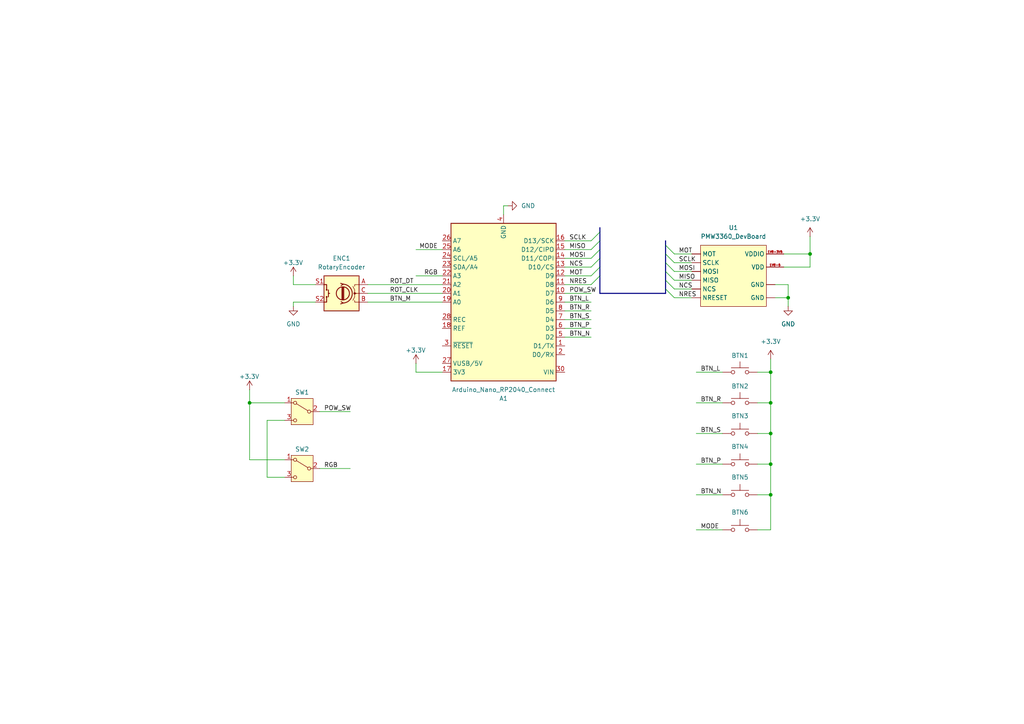
<source format=kicad_sch>
(kicad_sch
	(version 20250114)
	(generator "eeschema")
	(generator_version "9.0")
	(uuid "5ce1bdf2-4d4b-4662-a6b0-83bb04427292")
	(paper "A4")
	(title_block
		(title "Computer Mouse Schematic")
		(date "2025-03-26")
		(rev "0.01")
		(company "Dylan Li")
	)
	(lib_symbols
		(symbol "Device:RotaryEncoder_Switch"
			(pin_names
				(offset 0.254)
				(hide yes)
			)
			(exclude_from_sim no)
			(in_bom yes)
			(on_board yes)
			(property "Reference" "SW"
				(at 0 6.604 0)
				(effects
					(font
						(size 1.27 1.27)
					)
				)
			)
			(property "Value" "RotaryEncoder_Switch"
				(at 0 -6.604 0)
				(effects
					(font
						(size 1.27 1.27)
					)
				)
			)
			(property "Footprint" ""
				(at -3.81 4.064 0)
				(effects
					(font
						(size 1.27 1.27)
					)
					(hide yes)
				)
			)
			(property "Datasheet" "~"
				(at 0 6.604 0)
				(effects
					(font
						(size 1.27 1.27)
					)
					(hide yes)
				)
			)
			(property "Description" "Rotary encoder, dual channel, incremental quadrate outputs, with switch"
				(at 0 0 0)
				(effects
					(font
						(size 1.27 1.27)
					)
					(hide yes)
				)
			)
			(property "ki_keywords" "rotary switch encoder switch push button"
				(at 0 0 0)
				(effects
					(font
						(size 1.27 1.27)
					)
					(hide yes)
				)
			)
			(property "ki_fp_filters" "RotaryEncoder*Switch*"
				(at 0 0 0)
				(effects
					(font
						(size 1.27 1.27)
					)
					(hide yes)
				)
			)
			(symbol "RotaryEncoder_Switch_0_1"
				(rectangle
					(start -5.08 5.08)
					(end 5.08 -5.08)
					(stroke
						(width 0.254)
						(type default)
					)
					(fill
						(type background)
					)
				)
				(polyline
					(pts
						(xy -5.08 2.54) (xy -3.81 2.54) (xy -3.81 2.032)
					)
					(stroke
						(width 0)
						(type default)
					)
					(fill
						(type none)
					)
				)
				(polyline
					(pts
						(xy -5.08 0) (xy -3.81 0) (xy -3.81 -1.016) (xy -3.302 -2.032)
					)
					(stroke
						(width 0)
						(type default)
					)
					(fill
						(type none)
					)
				)
				(polyline
					(pts
						(xy -5.08 -2.54) (xy -3.81 -2.54) (xy -3.81 -2.032)
					)
					(stroke
						(width 0)
						(type default)
					)
					(fill
						(type none)
					)
				)
				(polyline
					(pts
						(xy -4.318 0) (xy -3.81 0) (xy -3.81 1.016) (xy -3.302 2.032)
					)
					(stroke
						(width 0)
						(type default)
					)
					(fill
						(type none)
					)
				)
				(circle
					(center -3.81 0)
					(radius 0.254)
					(stroke
						(width 0)
						(type default)
					)
					(fill
						(type outline)
					)
				)
				(polyline
					(pts
						(xy -0.635 -1.778) (xy -0.635 1.778)
					)
					(stroke
						(width 0.254)
						(type default)
					)
					(fill
						(type none)
					)
				)
				(circle
					(center -0.381 0)
					(radius 1.905)
					(stroke
						(width 0.254)
						(type default)
					)
					(fill
						(type none)
					)
				)
				(polyline
					(pts
						(xy -0.381 -1.778) (xy -0.381 1.778)
					)
					(stroke
						(width 0.254)
						(type default)
					)
					(fill
						(type none)
					)
				)
				(arc
					(start -0.381 -2.794)
					(mid -3.0988 -0.0635)
					(end -0.381 2.667)
					(stroke
						(width 0.254)
						(type default)
					)
					(fill
						(type none)
					)
				)
				(polyline
					(pts
						(xy -0.127 1.778) (xy -0.127 -1.778)
					)
					(stroke
						(width 0.254)
						(type default)
					)
					(fill
						(type none)
					)
				)
				(polyline
					(pts
						(xy 0.254 2.921) (xy -0.508 2.667) (xy 0.127 2.286)
					)
					(stroke
						(width 0.254)
						(type default)
					)
					(fill
						(type none)
					)
				)
				(polyline
					(pts
						(xy 0.254 -3.048) (xy -0.508 -2.794) (xy 0.127 -2.413)
					)
					(stroke
						(width 0.254)
						(type default)
					)
					(fill
						(type none)
					)
				)
				(polyline
					(pts
						(xy 3.81 1.016) (xy 3.81 -1.016)
					)
					(stroke
						(width 0.254)
						(type default)
					)
					(fill
						(type none)
					)
				)
				(polyline
					(pts
						(xy 3.81 0) (xy 3.429 0)
					)
					(stroke
						(width 0.254)
						(type default)
					)
					(fill
						(type none)
					)
				)
				(circle
					(center 4.318 1.016)
					(radius 0.127)
					(stroke
						(width 0.254)
						(type default)
					)
					(fill
						(type none)
					)
				)
				(circle
					(center 4.318 -1.016)
					(radius 0.127)
					(stroke
						(width 0.254)
						(type default)
					)
					(fill
						(type none)
					)
				)
				(polyline
					(pts
						(xy 5.08 2.54) (xy 4.318 2.54) (xy 4.318 1.016)
					)
					(stroke
						(width 0.254)
						(type default)
					)
					(fill
						(type none)
					)
				)
				(polyline
					(pts
						(xy 5.08 -2.54) (xy 4.318 -2.54) (xy 4.318 -1.016)
					)
					(stroke
						(width 0.254)
						(type default)
					)
					(fill
						(type none)
					)
				)
			)
			(symbol "RotaryEncoder_Switch_1_1"
				(pin passive line
					(at -7.62 2.54 0)
					(length 2.54)
					(name "A"
						(effects
							(font
								(size 1.27 1.27)
							)
						)
					)
					(number "A"
						(effects
							(font
								(size 1.27 1.27)
							)
						)
					)
				)
				(pin passive line
					(at -7.62 0 0)
					(length 2.54)
					(name "C"
						(effects
							(font
								(size 1.27 1.27)
							)
						)
					)
					(number "C"
						(effects
							(font
								(size 1.27 1.27)
							)
						)
					)
				)
				(pin passive line
					(at -7.62 -2.54 0)
					(length 2.54)
					(name "B"
						(effects
							(font
								(size 1.27 1.27)
							)
						)
					)
					(number "B"
						(effects
							(font
								(size 1.27 1.27)
							)
						)
					)
				)
				(pin passive line
					(at 7.62 2.54 180)
					(length 2.54)
					(name "S1"
						(effects
							(font
								(size 1.27 1.27)
							)
						)
					)
					(number "S1"
						(effects
							(font
								(size 1.27 1.27)
							)
						)
					)
				)
				(pin passive line
					(at 7.62 -2.54 180)
					(length 2.54)
					(name "S2"
						(effects
							(font
								(size 1.27 1.27)
							)
						)
					)
					(number "S2"
						(effects
							(font
								(size 1.27 1.27)
							)
						)
					)
				)
			)
			(embedded_fonts no)
		)
		(symbol "MCU_Module:Arduino_Nano_RP2040_Connect"
			(exclude_from_sim no)
			(in_bom yes)
			(on_board yes)
			(property "Reference" "A"
				(at -14.986 23.622 0)
				(effects
					(font
						(size 1.27 1.27)
					)
					(justify left bottom)
				)
			)
			(property "Value" "Arduino_Nano_RP2040_Connect"
				(at 3.81 -25.654 0)
				(effects
					(font
						(size 1.27 1.27)
					)
					(justify left top)
				)
			)
			(property "Footprint" "Module:Arduino_Nano"
				(at 13.716 -34.036 0)
				(effects
					(font
						(size 1.27 1.27)
						(italic yes)
					)
					(hide yes)
				)
			)
			(property "Datasheet" "https://docs.arduino.cc/resources/datasheets/ABX00053-datasheet.pdf"
				(at 39.116 -31.496 0)
				(effects
					(font
						(size 1.27 1.27)
					)
					(hide yes)
				)
			)
			(property "Description" "Arduino Nano board based on the RP2040 microcontroller with a dual-core 133 MHz ARM Cortex-M0+ processor, 264 kB SRAM, and up to 16 MB flash memory. Operates at 3.3V, with 5V Micro USB input and 4-20V VIN. Features Wi-Fi®, Bluetooth® LE, digital and analog pins, and supports SPI, I2C, UART, and PIO. Includes a 6-axis IMU, RGB LED, microphone, and cryptographic chip for secure communication."
				(at 209.042 -28.956 0)
				(effects
					(font
						(size 1.27 1.27)
					)
					(hide yes)
				)
			)
			(property "ki_keywords" "Raspberry Pi MCU"
				(at 0 0 0)
				(effects
					(font
						(size 1.27 1.27)
					)
					(hide yes)
				)
			)
			(property "ki_fp_filters" "Arduino*Nano*"
				(at 0 0 0)
				(effects
					(font
						(size 1.27 1.27)
					)
					(hide yes)
				)
			)
			(symbol "Arduino_Nano_RP2040_Connect_0_1"
				(rectangle
					(start -15.24 22.86)
					(end 15.24 -22.86)
					(stroke
						(width 0.254)
						(type default)
					)
					(fill
						(type background)
					)
				)
			)
			(symbol "Arduino_Nano_RP2040_Connect_1_1"
				(pin power_in line
					(at -17.78 20.32 0)
					(length 2.54)
					(name "VIN"
						(effects
							(font
								(size 1.27 1.27)
							)
						)
					)
					(number "30"
						(effects
							(font
								(size 1.27 1.27)
							)
						)
					)
				)
				(pin bidirectional line
					(at -17.78 15.24 0)
					(length 2.54)
					(name "D0/RX"
						(effects
							(font
								(size 1.27 1.27)
							)
						)
					)
					(number "2"
						(effects
							(font
								(size 1.27 1.27)
							)
						)
					)
				)
				(pin bidirectional line
					(at -17.78 12.7 0)
					(length 2.54)
					(name "D1/TX"
						(effects
							(font
								(size 1.27 1.27)
							)
						)
					)
					(number "1"
						(effects
							(font
								(size 1.27 1.27)
							)
						)
					)
				)
				(pin bidirectional line
					(at -17.78 10.16 0)
					(length 2.54)
					(name "D2"
						(effects
							(font
								(size 1.27 1.27)
							)
						)
					)
					(number "5"
						(effects
							(font
								(size 1.27 1.27)
							)
						)
					)
				)
				(pin bidirectional line
					(at -17.78 7.62 0)
					(length 2.54)
					(name "D3"
						(effects
							(font
								(size 1.27 1.27)
							)
						)
					)
					(number "6"
						(effects
							(font
								(size 1.27 1.27)
							)
						)
					)
				)
				(pin bidirectional line
					(at -17.78 5.08 0)
					(length 2.54)
					(name "D4"
						(effects
							(font
								(size 1.27 1.27)
							)
						)
					)
					(number "7"
						(effects
							(font
								(size 1.27 1.27)
							)
						)
					)
				)
				(pin bidirectional line
					(at -17.78 2.54 0)
					(length 2.54)
					(name "D5"
						(effects
							(font
								(size 1.27 1.27)
							)
						)
					)
					(number "8"
						(effects
							(font
								(size 1.27 1.27)
							)
						)
					)
				)
				(pin bidirectional line
					(at -17.78 0 0)
					(length 2.54)
					(name "D6"
						(effects
							(font
								(size 1.27 1.27)
							)
						)
					)
					(number "9"
						(effects
							(font
								(size 1.27 1.27)
							)
						)
					)
				)
				(pin bidirectional line
					(at -17.78 -2.54 0)
					(length 2.54)
					(name "D7"
						(effects
							(font
								(size 1.27 1.27)
							)
						)
					)
					(number "10"
						(effects
							(font
								(size 1.27 1.27)
							)
						)
					)
				)
				(pin bidirectional line
					(at -17.78 -5.08 0)
					(length 2.54)
					(name "D8"
						(effects
							(font
								(size 1.27 1.27)
							)
						)
					)
					(number "11"
						(effects
							(font
								(size 1.27 1.27)
							)
						)
					)
				)
				(pin bidirectional line
					(at -17.78 -7.62 0)
					(length 2.54)
					(name "D9"
						(effects
							(font
								(size 1.27 1.27)
							)
						)
					)
					(number "12"
						(effects
							(font
								(size 1.27 1.27)
							)
						)
					)
				)
				(pin bidirectional line
					(at -17.78 -10.16 0)
					(length 2.54)
					(name "D10/CS"
						(effects
							(font
								(size 1.27 1.27)
							)
						)
					)
					(number "13"
						(effects
							(font
								(size 1.27 1.27)
							)
						)
					)
				)
				(pin bidirectional line
					(at -17.78 -12.7 0)
					(length 2.54)
					(name "D11/COPI"
						(effects
							(font
								(size 1.27 1.27)
							)
						)
					)
					(number "14"
						(effects
							(font
								(size 1.27 1.27)
							)
						)
					)
				)
				(pin bidirectional line
					(at -17.78 -15.24 0)
					(length 2.54)
					(name "D12/CIPO"
						(effects
							(font
								(size 1.27 1.27)
							)
						)
					)
					(number "15"
						(effects
							(font
								(size 1.27 1.27)
							)
						)
					)
				)
				(pin bidirectional line
					(at -17.78 -17.78 0)
					(length 2.54)
					(name "D13/SCK"
						(effects
							(font
								(size 1.27 1.27)
							)
						)
					)
					(number "16"
						(effects
							(font
								(size 1.27 1.27)
							)
						)
					)
				)
				(pin passive line
					(at 0 -25.4 90)
					(length 2.54)
					(hide yes)
					(name "GND"
						(effects
							(font
								(size 1.27 1.27)
							)
						)
					)
					(number "29"
						(effects
							(font
								(size 1.27 1.27)
							)
						)
					)
				)
				(pin power_in line
					(at 0 -25.4 90)
					(length 2.54)
					(name "GND"
						(effects
							(font
								(size 1.27 1.27)
							)
						)
					)
					(number "4"
						(effects
							(font
								(size 1.27 1.27)
							)
						)
					)
				)
				(pin power_out line
					(at 17.78 20.32 180)
					(length 2.54)
					(name "3V3"
						(effects
							(font
								(size 1.27 1.27)
							)
						)
					)
					(number "17"
						(effects
							(font
								(size 1.27 1.27)
							)
						)
					)
				)
				(pin power_out line
					(at 17.78 17.78 180)
					(length 2.54)
					(name "VUSB/5V"
						(effects
							(font
								(size 1.27 1.27)
							)
						)
					)
					(number "27"
						(effects
							(font
								(size 1.27 1.27)
							)
						)
					)
				)
				(pin input line
					(at 17.78 12.7 180)
					(length 2.54)
					(name "~{RESET}"
						(effects
							(font
								(size 1.27 1.27)
							)
						)
					)
					(number "3"
						(effects
							(font
								(size 1.27 1.27)
							)
						)
					)
				)
				(pin passive line
					(at 17.78 7.62 180)
					(length 2.54)
					(name "REF"
						(effects
							(font
								(size 1.27 1.27)
							)
						)
					)
					(number "18"
						(effects
							(font
								(size 1.27 1.27)
							)
						)
					)
				)
				(pin input line
					(at 17.78 5.08 180)
					(length 2.54)
					(name "REC"
						(effects
							(font
								(size 1.27 1.27)
							)
						)
					)
					(number "28"
						(effects
							(font
								(size 1.27 1.27)
							)
						)
					)
				)
				(pin bidirectional line
					(at 17.78 0 180)
					(length 2.54)
					(name "A0"
						(effects
							(font
								(size 1.27 1.27)
							)
						)
					)
					(number "19"
						(effects
							(font
								(size 1.27 1.27)
							)
						)
					)
				)
				(pin bidirectional line
					(at 17.78 -2.54 180)
					(length 2.54)
					(name "A1"
						(effects
							(font
								(size 1.27 1.27)
							)
						)
					)
					(number "20"
						(effects
							(font
								(size 1.27 1.27)
							)
						)
					)
				)
				(pin bidirectional line
					(at 17.78 -5.08 180)
					(length 2.54)
					(name "A2"
						(effects
							(font
								(size 1.27 1.27)
							)
						)
					)
					(number "21"
						(effects
							(font
								(size 1.27 1.27)
							)
						)
					)
				)
				(pin bidirectional line
					(at 17.78 -7.62 180)
					(length 2.54)
					(name "A3"
						(effects
							(font
								(size 1.27 1.27)
							)
						)
					)
					(number "22"
						(effects
							(font
								(size 1.27 1.27)
							)
						)
					)
				)
				(pin bidirectional line
					(at 17.78 -10.16 180)
					(length 2.54)
					(name "SDA/A4"
						(effects
							(font
								(size 1.27 1.27)
							)
						)
					)
					(number "23"
						(effects
							(font
								(size 1.27 1.27)
							)
						)
					)
				)
				(pin bidirectional line
					(at 17.78 -12.7 180)
					(length 2.54)
					(name "SCL/A5"
						(effects
							(font
								(size 1.27 1.27)
							)
						)
					)
					(number "24"
						(effects
							(font
								(size 1.27 1.27)
							)
						)
					)
				)
				(pin bidirectional line
					(at 17.78 -15.24 180)
					(length 2.54)
					(name "A6"
						(effects
							(font
								(size 1.27 1.27)
							)
						)
					)
					(number "25"
						(effects
							(font
								(size 1.27 1.27)
							)
						)
					)
				)
				(pin bidirectional line
					(at 17.78 -17.78 180)
					(length 2.54)
					(name "A7"
						(effects
							(font
								(size 1.27 1.27)
							)
						)
					)
					(number "26"
						(effects
							(font
								(size 1.27 1.27)
							)
						)
					)
				)
			)
			(embedded_fonts no)
		)
		(symbol "PixArt:PMW3360_DevBoard"
			(exclude_from_sim no)
			(in_bom yes)
			(on_board yes)
			(property "Reference" "U"
				(at 0 22.352 0)
				(effects
					(font
						(size 1.27 1.27)
					)
					(justify left)
				)
			)
			(property "Value" "PMW3360_DevBoard"
				(at 0 20.32 0)
				(effects
					(font
						(size 1.27 1.27)
					)
					(justify left)
				)
			)
			(property "Footprint" ""
				(at 0 0 0)
				(effects
					(font
						(size 1.27 1.27)
					)
					(hide yes)
				)
			)
			(property "Datasheet" ""
				(at 0 0 0)
				(effects
					(font
						(size 1.27 1.27)
					)
					(hide yes)
				)
			)
			(property "Description" "The PMW3360 from PixArt fitted onto a custom DevBoard."
				(at 9.398 33.274 0)
				(effects
					(font
						(size 1.27 1.27)
					)
					(hide yes)
				)
			)
			(property "ki_keywords" "Optical Mouse Sensor DevBoard"
				(at 0 0 0)
				(effects
					(font
						(size 1.27 1.27)
					)
					(hide yes)
				)
			)
			(symbol "PMW3360_DevBoard_1_1"
				(rectangle
					(start 0 19.05)
					(end 19.05 1.27)
					(stroke
						(width 0)
						(type solid)
					)
					(fill
						(type background)
					)
				)
				(pin output line
					(at -2.54 16.51 0)
					(length 2.54)
					(name "MOT"
						(effects
							(font
								(size 1.27 1.27)
							)
						)
					)
					(number ""
						(effects
							(font
								(size 1.27 1.27)
							)
						)
					)
				)
				(pin input line
					(at -2.54 13.97 0)
					(length 2.54)
					(name "SCLK"
						(effects
							(font
								(size 1.27 1.27)
							)
						)
					)
					(number ""
						(effects
							(font
								(size 1.27 1.27)
							)
						)
					)
				)
				(pin input line
					(at -2.54 11.43 0)
					(length 2.54)
					(name "MOSI"
						(effects
							(font
								(size 1.27 1.27)
							)
						)
					)
					(number ""
						(effects
							(font
								(size 1.27 1.27)
							)
						)
					)
				)
				(pin output line
					(at -2.54 8.89 0)
					(length 2.54)
					(name "MISO"
						(effects
							(font
								(size 1.27 1.27)
							)
						)
					)
					(number ""
						(effects
							(font
								(size 1.27 1.27)
							)
						)
					)
				)
				(pin input line
					(at -2.54 6.35 0)
					(length 2.54)
					(name "NCS"
						(effects
							(font
								(size 1.27 1.27)
							)
						)
					)
					(number ""
						(effects
							(font
								(size 1.27 1.27)
							)
						)
					)
				)
				(pin input line
					(at -2.54 3.81 0)
					(length 2.54)
					(name "NRESET"
						(effects
							(font
								(size 1.27 1.27)
							)
						)
					)
					(number ""
						(effects
							(font
								(size 1.27 1.27)
							)
						)
					)
				)
				(pin power_in line
					(at 21.59 7.62 180)
					(length 2.54)
					(name "GND"
						(effects
							(font
								(size 1.27 1.27)
							)
						)
					)
					(number ""
						(effects
							(font
								(size 1.27 1.27)
							)
						)
					)
				)
				(pin power_in line
					(at 21.59 3.81 180)
					(length 2.54)
					(name "GND"
						(effects
							(font
								(size 1.27 1.27)
							)
						)
					)
					(number ""
						(effects
							(font
								(size 1.27 1.27)
							)
						)
					)
				)
				(pin power_in line
					(at 24.13 16.51 180)
					(length 5.08)
					(name "VDDIO"
						(effects
							(font
								(size 1.27 1.27)
							)
						)
					)
					(number "1V8-3V6"
						(effects
							(font
								(size 0.635 0.635)
							)
						)
					)
				)
				(pin power_in line
					(at 24.13 12.7 180)
					(length 5.08)
					(name "VDD"
						(effects
							(font
								(size 1.27 1.27)
							)
						)
					)
					(number "1V8-6"
						(effects
							(font
								(size 0.635 0.635)
							)
						)
					)
				)
			)
			(embedded_fonts no)
		)
		(symbol "Switch:SW_Push"
			(pin_numbers
				(hide yes)
			)
			(pin_names
				(offset 1.016)
				(hide yes)
			)
			(exclude_from_sim no)
			(in_bom yes)
			(on_board yes)
			(property "Reference" "SW"
				(at 1.27 2.54 0)
				(effects
					(font
						(size 1.27 1.27)
					)
					(justify left)
				)
			)
			(property "Value" "SW_Push"
				(at 0 -1.524 0)
				(effects
					(font
						(size 1.27 1.27)
					)
				)
			)
			(property "Footprint" ""
				(at 0 5.08 0)
				(effects
					(font
						(size 1.27 1.27)
					)
					(hide yes)
				)
			)
			(property "Datasheet" "~"
				(at 0 5.08 0)
				(effects
					(font
						(size 1.27 1.27)
					)
					(hide yes)
				)
			)
			(property "Description" "Push button switch, generic, two pins"
				(at 0 0 0)
				(effects
					(font
						(size 1.27 1.27)
					)
					(hide yes)
				)
			)
			(property "ki_keywords" "switch normally-open pushbutton push-button"
				(at 0 0 0)
				(effects
					(font
						(size 1.27 1.27)
					)
					(hide yes)
				)
			)
			(symbol "SW_Push_0_1"
				(circle
					(center -2.032 0)
					(radius 0.508)
					(stroke
						(width 0)
						(type default)
					)
					(fill
						(type none)
					)
				)
				(polyline
					(pts
						(xy 0 1.27) (xy 0 3.048)
					)
					(stroke
						(width 0)
						(type default)
					)
					(fill
						(type none)
					)
				)
				(circle
					(center 2.032 0)
					(radius 0.508)
					(stroke
						(width 0)
						(type default)
					)
					(fill
						(type none)
					)
				)
				(polyline
					(pts
						(xy 2.54 1.27) (xy -2.54 1.27)
					)
					(stroke
						(width 0)
						(type default)
					)
					(fill
						(type none)
					)
				)
				(pin passive line
					(at -5.08 0 0)
					(length 2.54)
					(name "1"
						(effects
							(font
								(size 1.27 1.27)
							)
						)
					)
					(number "1"
						(effects
							(font
								(size 1.27 1.27)
							)
						)
					)
				)
				(pin passive line
					(at 5.08 0 180)
					(length 2.54)
					(name "2"
						(effects
							(font
								(size 1.27 1.27)
							)
						)
					)
					(number "2"
						(effects
							(font
								(size 1.27 1.27)
							)
						)
					)
				)
			)
			(embedded_fonts no)
		)
		(symbol "Switch:SW_SPDT"
			(pin_names
				(offset 0)
				(hide yes)
			)
			(exclude_from_sim no)
			(in_bom yes)
			(on_board yes)
			(property "Reference" "SW"
				(at 0 5.08 0)
				(effects
					(font
						(size 1.27 1.27)
					)
				)
			)
			(property "Value" "SW_SPDT"
				(at 0 -5.08 0)
				(effects
					(font
						(size 1.27 1.27)
					)
				)
			)
			(property "Footprint" ""
				(at 0 0 0)
				(effects
					(font
						(size 1.27 1.27)
					)
					(hide yes)
				)
			)
			(property "Datasheet" "~"
				(at 0 -7.62 0)
				(effects
					(font
						(size 1.27 1.27)
					)
					(hide yes)
				)
			)
			(property "Description" "Switch, single pole double throw"
				(at 0 0 0)
				(effects
					(font
						(size 1.27 1.27)
					)
					(hide yes)
				)
			)
			(property "ki_keywords" "switch single-pole double-throw spdt ON-ON"
				(at 0 0 0)
				(effects
					(font
						(size 1.27 1.27)
					)
					(hide yes)
				)
			)
			(symbol "SW_SPDT_0_1"
				(circle
					(center -2.032 0)
					(radius 0.4572)
					(stroke
						(width 0)
						(type default)
					)
					(fill
						(type none)
					)
				)
				(polyline
					(pts
						(xy -1.651 0.254) (xy 1.651 2.286)
					)
					(stroke
						(width 0)
						(type default)
					)
					(fill
						(type none)
					)
				)
				(circle
					(center 2.032 2.54)
					(radius 0.4572)
					(stroke
						(width 0)
						(type default)
					)
					(fill
						(type none)
					)
				)
				(circle
					(center 2.032 -2.54)
					(radius 0.4572)
					(stroke
						(width 0)
						(type default)
					)
					(fill
						(type none)
					)
				)
			)
			(symbol "SW_SPDT_1_1"
				(rectangle
					(start -3.175 3.81)
					(end 3.175 -3.81)
					(stroke
						(width 0)
						(type default)
					)
					(fill
						(type background)
					)
				)
				(pin passive line
					(at -5.08 0 0)
					(length 2.54)
					(name "B"
						(effects
							(font
								(size 1.27 1.27)
							)
						)
					)
					(number "2"
						(effects
							(font
								(size 1.27 1.27)
							)
						)
					)
				)
				(pin passive line
					(at 5.08 2.54 180)
					(length 2.54)
					(name "A"
						(effects
							(font
								(size 1.27 1.27)
							)
						)
					)
					(number "1"
						(effects
							(font
								(size 1.27 1.27)
							)
						)
					)
				)
				(pin passive line
					(at 5.08 -2.54 180)
					(length 2.54)
					(name "C"
						(effects
							(font
								(size 1.27 1.27)
							)
						)
					)
					(number "3"
						(effects
							(font
								(size 1.27 1.27)
							)
						)
					)
				)
			)
			(embedded_fonts no)
		)
		(symbol "power:+3.3V"
			(power)
			(pin_numbers
				(hide yes)
			)
			(pin_names
				(offset 0)
				(hide yes)
			)
			(exclude_from_sim no)
			(in_bom yes)
			(on_board yes)
			(property "Reference" "#PWR"
				(at 0 -3.81 0)
				(effects
					(font
						(size 1.27 1.27)
					)
					(hide yes)
				)
			)
			(property "Value" "+3.3V"
				(at 0 3.556 0)
				(effects
					(font
						(size 1.27 1.27)
					)
				)
			)
			(property "Footprint" ""
				(at 0 0 0)
				(effects
					(font
						(size 1.27 1.27)
					)
					(hide yes)
				)
			)
			(property "Datasheet" ""
				(at 0 0 0)
				(effects
					(font
						(size 1.27 1.27)
					)
					(hide yes)
				)
			)
			(property "Description" "Power symbol creates a global label with name \"+3.3V\""
				(at 0 0 0)
				(effects
					(font
						(size 1.27 1.27)
					)
					(hide yes)
				)
			)
			(property "ki_keywords" "global power"
				(at 0 0 0)
				(effects
					(font
						(size 1.27 1.27)
					)
					(hide yes)
				)
			)
			(symbol "+3.3V_0_1"
				(polyline
					(pts
						(xy -0.762 1.27) (xy 0 2.54)
					)
					(stroke
						(width 0)
						(type default)
					)
					(fill
						(type none)
					)
				)
				(polyline
					(pts
						(xy 0 2.54) (xy 0.762 1.27)
					)
					(stroke
						(width 0)
						(type default)
					)
					(fill
						(type none)
					)
				)
				(polyline
					(pts
						(xy 0 0) (xy 0 2.54)
					)
					(stroke
						(width 0)
						(type default)
					)
					(fill
						(type none)
					)
				)
			)
			(symbol "+3.3V_1_1"
				(pin power_in line
					(at 0 0 90)
					(length 0)
					(name "~"
						(effects
							(font
								(size 1.27 1.27)
							)
						)
					)
					(number "1"
						(effects
							(font
								(size 1.27 1.27)
							)
						)
					)
				)
			)
			(embedded_fonts no)
		)
		(symbol "power:GND"
			(power)
			(pin_numbers
				(hide yes)
			)
			(pin_names
				(offset 0)
				(hide yes)
			)
			(exclude_from_sim no)
			(in_bom yes)
			(on_board yes)
			(property "Reference" "#PWR"
				(at 0 -6.35 0)
				(effects
					(font
						(size 1.27 1.27)
					)
					(hide yes)
				)
			)
			(property "Value" "GND"
				(at 0 -3.81 0)
				(effects
					(font
						(size 1.27 1.27)
					)
				)
			)
			(property "Footprint" ""
				(at 0 0 0)
				(effects
					(font
						(size 1.27 1.27)
					)
					(hide yes)
				)
			)
			(property "Datasheet" ""
				(at 0 0 0)
				(effects
					(font
						(size 1.27 1.27)
					)
					(hide yes)
				)
			)
			(property "Description" "Power symbol creates a global label with name \"GND\" , ground"
				(at 0 0 0)
				(effects
					(font
						(size 1.27 1.27)
					)
					(hide yes)
				)
			)
			(property "ki_keywords" "global power"
				(at 0 0 0)
				(effects
					(font
						(size 1.27 1.27)
					)
					(hide yes)
				)
			)
			(symbol "GND_0_1"
				(polyline
					(pts
						(xy 0 0) (xy 0 -1.27) (xy 1.27 -1.27) (xy 0 -2.54) (xy -1.27 -1.27) (xy 0 -1.27)
					)
					(stroke
						(width 0)
						(type default)
					)
					(fill
						(type none)
					)
				)
			)
			(symbol "GND_1_1"
				(pin power_in line
					(at 0 0 270)
					(length 0)
					(name "~"
						(effects
							(font
								(size 1.27 1.27)
							)
						)
					)
					(number "1"
						(effects
							(font
								(size 1.27 1.27)
							)
						)
					)
				)
			)
			(embedded_fonts no)
		)
	)
	(junction
		(at 223.52 143.51)
		(diameter 0)
		(color 0 0 0 0)
		(uuid "0c0299aa-3d32-402c-9cbc-3ea2971dc184")
	)
	(junction
		(at 223.52 125.73)
		(diameter 0)
		(color 0 0 0 0)
		(uuid "0f15bac2-5837-4f24-aaa4-6c58753fc8f1")
	)
	(junction
		(at 223.52 134.62)
		(diameter 0)
		(color 0 0 0 0)
		(uuid "14ba310d-b4a4-4b1e-ad23-f5e225dc120e")
	)
	(junction
		(at 228.6 86.36)
		(diameter 0)
		(color 0 0 0 0)
		(uuid "341949a9-f8d8-48af-b93b-fe1332102d3d")
	)
	(junction
		(at 234.95 73.66)
		(diameter 0)
		(color 0 0 0 0)
		(uuid "524fe42b-01ff-411c-9277-2df722cadbcb")
	)
	(junction
		(at 72.39 116.84)
		(diameter 0)
		(color 0 0 0 0)
		(uuid "ae424851-a917-460f-9b39-2fae6b7910bc")
	)
	(junction
		(at 223.52 116.84)
		(diameter 0)
		(color 0 0 0 0)
		(uuid "ba0d349a-f606-43c5-82a4-49c9dab8314b")
	)
	(junction
		(at 223.52 107.95)
		(diameter 0)
		(color 0 0 0 0)
		(uuid "bb0a2ff1-d441-4cba-9b4c-914cc33cd5d2")
	)
	(bus_entry
		(at 171.45 74.93)
		(size 2.54 -2.54)
		(stroke
			(width 0)
			(type default)
		)
		(uuid "077eb72c-c17b-411e-b19b-8449e6955653")
	)
	(bus_entry
		(at 171.45 77.47)
		(size 2.54 -2.54)
		(stroke
			(width 0)
			(type default)
		)
		(uuid "16457aca-c205-4599-b8f3-1212a87ed971")
	)
	(bus_entry
		(at 193.04 81.28)
		(size 2.54 2.54)
		(stroke
			(width 0)
			(type default)
		)
		(uuid "492c3913-dd09-4491-b907-02f5304dcd36")
	)
	(bus_entry
		(at 193.04 76.2)
		(size 2.54 2.54)
		(stroke
			(width 0)
			(type default)
		)
		(uuid "5aed26a2-829f-477c-a8d6-daa3a04c0298")
	)
	(bus_entry
		(at 193.04 83.82)
		(size 2.54 2.54)
		(stroke
			(width 0)
			(type default)
		)
		(uuid "66bd651a-8e27-4d62-b614-b49744d89903")
	)
	(bus_entry
		(at 171.45 80.01)
		(size 2.54 -2.54)
		(stroke
			(width 0)
			(type default)
		)
		(uuid "68dbcdec-fe35-4029-8c64-e0828cda4125")
	)
	(bus_entry
		(at 171.45 72.39)
		(size 2.54 -2.54)
		(stroke
			(width 0)
			(type default)
		)
		(uuid "77a2d6c2-b6d8-4a93-93ae-24ac290f1e74")
	)
	(bus_entry
		(at 171.45 82.55)
		(size 2.54 -2.54)
		(stroke
			(width 0)
			(type default)
		)
		(uuid "89160a52-4dd3-42ad-884c-b69f7dc57d93")
	)
	(bus_entry
		(at 193.04 73.66)
		(size 2.54 2.54)
		(stroke
			(width 0)
			(type default)
		)
		(uuid "8f6412e6-735c-407c-978c-da1c5d56a95e")
	)
	(bus_entry
		(at 193.04 78.74)
		(size 2.54 2.54)
		(stroke
			(width 0)
			(type default)
		)
		(uuid "aca87574-0f74-4f57-87b1-c8697c0b2c6c")
	)
	(bus_entry
		(at 171.45 69.85)
		(size 2.54 -2.54)
		(stroke
			(width 0)
			(type default)
		)
		(uuid "cb0386b5-84ba-4cfa-992c-ee064ed737c4")
	)
	(bus_entry
		(at 193.04 71.12)
		(size 2.54 2.54)
		(stroke
			(width 0)
			(type default)
		)
		(uuid "f8c82e37-4e79-4fd7-ac68-b52961f20438")
	)
	(wire
		(pts
			(xy 195.58 78.74) (xy 200.66 78.74)
		)
		(stroke
			(width 0)
			(type default)
		)
		(uuid "0395be38-ba74-43ce-b933-4a2f4eedec02")
	)
	(wire
		(pts
			(xy 163.83 87.63) (xy 171.45 87.63)
		)
		(stroke
			(width 0)
			(type default)
		)
		(uuid "0395de19-7352-4e9d-b85b-02f0e78a14cc")
	)
	(wire
		(pts
			(xy 223.52 143.51) (xy 223.52 134.62)
		)
		(stroke
			(width 0)
			(type default)
		)
		(uuid "04050dc2-30ec-424a-85bb-aae0363a1649")
	)
	(wire
		(pts
			(xy 85.09 82.55) (xy 85.09 80.01)
		)
		(stroke
			(width 0)
			(type default)
		)
		(uuid "08374530-a0b8-4ce9-b6cc-fd7a61957e0b")
	)
	(wire
		(pts
			(xy 227.33 77.47) (xy 234.95 77.47)
		)
		(stroke
			(width 0)
			(type default)
		)
		(uuid "1710c345-1452-42de-9583-ae66e34bb850")
	)
	(wire
		(pts
			(xy 219.71 125.73) (xy 223.52 125.73)
		)
		(stroke
			(width 0)
			(type default)
		)
		(uuid "1740badc-95f2-4594-b223-336cad32b0c8")
	)
	(wire
		(pts
			(xy 163.83 69.85) (xy 171.45 69.85)
		)
		(stroke
			(width 0)
			(type default)
		)
		(uuid "1a7b4b56-05e6-4f36-bfc9-10d4883c3c20")
	)
	(wire
		(pts
			(xy 77.47 121.92) (xy 77.47 138.43)
		)
		(stroke
			(width 0)
			(type default)
		)
		(uuid "1b77fd9c-a77b-459b-b780-1f910cb842c4")
	)
	(wire
		(pts
			(xy 234.95 73.66) (xy 234.95 68.58)
		)
		(stroke
			(width 0)
			(type default)
		)
		(uuid "1fff4745-ffb1-4761-9076-8f446c68c42a")
	)
	(wire
		(pts
			(xy 224.79 82.55) (xy 228.6 82.55)
		)
		(stroke
			(width 0)
			(type default)
		)
		(uuid "21e00d5a-2dcc-4965-9629-605576833523")
	)
	(wire
		(pts
			(xy 163.83 80.01) (xy 171.45 80.01)
		)
		(stroke
			(width 0)
			(type default)
		)
		(uuid "22e44ce4-5f25-4ce7-a875-e878bc6bc61d")
	)
	(wire
		(pts
			(xy 120.65 107.95) (xy 120.65 105.41)
		)
		(stroke
			(width 0)
			(type default)
		)
		(uuid "23431c62-cbe6-4b2c-afb1-2f6ca7334699")
	)
	(wire
		(pts
			(xy 195.58 73.66) (xy 200.66 73.66)
		)
		(stroke
			(width 0)
			(type default)
		)
		(uuid "267cabfe-8045-41d5-975e-533c4e35a565")
	)
	(wire
		(pts
			(xy 228.6 82.55) (xy 228.6 86.36)
		)
		(stroke
			(width 0)
			(type default)
		)
		(uuid "2ca0ccf6-8a0e-4637-a77a-3b0c6834f7a8")
	)
	(wire
		(pts
			(xy 128.27 107.95) (xy 120.65 107.95)
		)
		(stroke
			(width 0)
			(type default)
		)
		(uuid "32b066e1-a3b7-497e-9d44-ee5c16da33be")
	)
	(bus
		(pts
			(xy 193.04 71.12) (xy 193.04 73.66)
		)
		(stroke
			(width 0)
			(type default)
		)
		(uuid "3324fe02-8407-4610-a08f-1ea080f0f9d3")
	)
	(wire
		(pts
			(xy 72.39 116.84) (xy 72.39 113.03)
		)
		(stroke
			(width 0)
			(type default)
		)
		(uuid "36648170-ccfa-4f39-b1f0-9ea7489ed497")
	)
	(wire
		(pts
			(xy 219.71 153.67) (xy 223.52 153.67)
		)
		(stroke
			(width 0)
			(type default)
		)
		(uuid "3ceec2f8-8357-47bd-abac-c5f051e9361c")
	)
	(wire
		(pts
			(xy 195.58 83.82) (xy 200.66 83.82)
		)
		(stroke
			(width 0)
			(type default)
		)
		(uuid "4122fb54-4d2b-4407-83b7-c5e0e0e4bb3b")
	)
	(wire
		(pts
			(xy 223.52 153.67) (xy 223.52 143.51)
		)
		(stroke
			(width 0)
			(type default)
		)
		(uuid "43e4d3d0-f145-4f08-8ce6-eb4ac63efdc5")
	)
	(wire
		(pts
			(xy 224.79 86.36) (xy 228.6 86.36)
		)
		(stroke
			(width 0)
			(type default)
		)
		(uuid "44a14138-9c34-4bff-9916-bcb4e5f35b2f")
	)
	(wire
		(pts
			(xy 163.83 74.93) (xy 171.45 74.93)
		)
		(stroke
			(width 0)
			(type default)
		)
		(uuid "4767af73-92de-4151-890b-3e499d3e60b2")
	)
	(wire
		(pts
			(xy 223.52 125.73) (xy 223.52 116.84)
		)
		(stroke
			(width 0)
			(type default)
		)
		(uuid "4ab09689-2beb-43c4-a5cc-93c7de392d84")
	)
	(wire
		(pts
			(xy 72.39 133.35) (xy 72.39 116.84)
		)
		(stroke
			(width 0)
			(type default)
		)
		(uuid "4ab6a226-50aa-462a-8922-48d765da70f8")
	)
	(wire
		(pts
			(xy 195.58 81.28) (xy 200.66 81.28)
		)
		(stroke
			(width 0)
			(type default)
		)
		(uuid "4ada9834-2cb6-43cb-b95c-cbc03c11071a")
	)
	(wire
		(pts
			(xy 82.55 116.84) (xy 72.39 116.84)
		)
		(stroke
			(width 0)
			(type default)
		)
		(uuid "517079d3-3e30-4620-8114-c24f97a2ab7f")
	)
	(wire
		(pts
			(xy 201.93 134.62) (xy 209.55 134.62)
		)
		(stroke
			(width 0)
			(type default)
		)
		(uuid "52d09cb8-42d5-4b8a-98a9-f01ca60e1219")
	)
	(bus
		(pts
			(xy 193.04 69.85) (xy 193.04 71.12)
		)
		(stroke
			(width 0)
			(type default)
		)
		(uuid "52e35404-1ba7-495e-b976-a6e9325b3efc")
	)
	(bus
		(pts
			(xy 173.99 69.85) (xy 173.99 72.39)
		)
		(stroke
			(width 0)
			(type default)
		)
		(uuid "543f5d7b-be53-4df4-b1f2-78f74a0e1649")
	)
	(wire
		(pts
			(xy 82.55 121.92) (xy 77.47 121.92)
		)
		(stroke
			(width 0)
			(type default)
		)
		(uuid "551f34d7-80fe-47b6-97f1-dd252ab7eaac")
	)
	(wire
		(pts
			(xy 219.71 143.51) (xy 223.52 143.51)
		)
		(stroke
			(width 0)
			(type default)
		)
		(uuid "5b9ab9ab-6b94-4350-9610-e6d29e729b3d")
	)
	(wire
		(pts
			(xy 82.55 133.35) (xy 72.39 133.35)
		)
		(stroke
			(width 0)
			(type default)
		)
		(uuid "61e8fa4c-0bf3-4f39-9e12-ec197619bfd0")
	)
	(wire
		(pts
			(xy 234.95 77.47) (xy 234.95 73.66)
		)
		(stroke
			(width 0)
			(type default)
		)
		(uuid "65f3da0e-5fc9-4431-abaf-801a97c54cef")
	)
	(wire
		(pts
			(xy 91.44 82.55) (xy 85.09 82.55)
		)
		(stroke
			(width 0)
			(type default)
		)
		(uuid "6caa4b58-0639-4209-b485-59ed439cfd9e")
	)
	(wire
		(pts
			(xy 120.65 72.39) (xy 128.27 72.39)
		)
		(stroke
			(width 0)
			(type default)
		)
		(uuid "71138b62-4eef-42f9-b2b9-076f115a1fea")
	)
	(wire
		(pts
			(xy 201.93 153.67) (xy 209.55 153.67)
		)
		(stroke
			(width 0)
			(type default)
		)
		(uuid "76d711ad-4e28-45bf-b2f9-dcec1d9474af")
	)
	(wire
		(pts
			(xy 163.83 77.47) (xy 171.45 77.47)
		)
		(stroke
			(width 0)
			(type default)
		)
		(uuid "7dae6d1c-66ef-49e3-ab82-5cfdad6b8e6e")
	)
	(wire
		(pts
			(xy 146.05 62.23) (xy 146.05 59.69)
		)
		(stroke
			(width 0)
			(type default)
		)
		(uuid "7e04c576-fb76-4b48-884b-96ba09515865")
	)
	(wire
		(pts
			(xy 106.68 87.63) (xy 128.27 87.63)
		)
		(stroke
			(width 0)
			(type default)
		)
		(uuid "81351bff-34bb-4ea7-91c3-95974c7c9d8f")
	)
	(wire
		(pts
			(xy 227.33 73.66) (xy 234.95 73.66)
		)
		(stroke
			(width 0)
			(type default)
		)
		(uuid "81493630-1e47-4c03-8b27-0846bbbbb484")
	)
	(bus
		(pts
			(xy 173.99 77.47) (xy 173.99 80.01)
		)
		(stroke
			(width 0)
			(type default)
		)
		(uuid "81fc6795-1218-474c-8da2-4867835b3d07")
	)
	(bus
		(pts
			(xy 173.99 66.04) (xy 173.99 67.31)
		)
		(stroke
			(width 0)
			(type default)
		)
		(uuid "838fabb3-6397-4b09-b166-7cabf11384fd")
	)
	(wire
		(pts
			(xy 106.68 82.55) (xy 128.27 82.55)
		)
		(stroke
			(width 0)
			(type default)
		)
		(uuid "83eebacd-9bc4-4929-8b8c-f93ad9384381")
	)
	(wire
		(pts
			(xy 195.58 76.2) (xy 200.66 76.2)
		)
		(stroke
			(width 0)
			(type default)
		)
		(uuid "8c919e7e-6d8b-4e09-bb9f-7c7287e779c9")
	)
	(wire
		(pts
			(xy 201.93 107.95) (xy 209.55 107.95)
		)
		(stroke
			(width 0)
			(type default)
		)
		(uuid "9a2557b1-5958-45f8-91b7-f730f8e89b22")
	)
	(wire
		(pts
			(xy 201.93 125.73) (xy 209.55 125.73)
		)
		(stroke
			(width 0)
			(type default)
		)
		(uuid "9a839702-7360-479e-be1a-2f18e7fff59e")
	)
	(wire
		(pts
			(xy 163.83 85.09) (xy 171.45 85.09)
		)
		(stroke
			(width 0)
			(type default)
		)
		(uuid "9b829834-6e50-4a85-a9fc-24fdcd0bd1cc")
	)
	(bus
		(pts
			(xy 193.04 78.74) (xy 193.04 81.28)
		)
		(stroke
			(width 0)
			(type default)
		)
		(uuid "9bfc755a-0190-4056-a6f9-dd570ab3fa5e")
	)
	(wire
		(pts
			(xy 163.83 95.25) (xy 171.45 95.25)
		)
		(stroke
			(width 0)
			(type default)
		)
		(uuid "a2bcaf1c-63f3-49b3-8163-8c048e5a2aa7")
	)
	(bus
		(pts
			(xy 193.04 85.09) (xy 193.04 83.82)
		)
		(stroke
			(width 0)
			(type default)
		)
		(uuid "a6fd5381-d8da-4394-b806-f54f4f92c26f")
	)
	(wire
		(pts
			(xy 92.71 135.89) (xy 101.6 135.89)
		)
		(stroke
			(width 0)
			(type default)
		)
		(uuid "aa0feae2-31f4-4fec-82df-55cb2e6f3491")
	)
	(bus
		(pts
			(xy 193.04 73.66) (xy 193.04 76.2)
		)
		(stroke
			(width 0)
			(type default)
		)
		(uuid "ac1e5e55-e68f-44f4-b497-a4e9bb020ad8")
	)
	(wire
		(pts
			(xy 163.83 97.79) (xy 171.45 97.79)
		)
		(stroke
			(width 0)
			(type default)
		)
		(uuid "ba04bbed-5414-4c15-9b4f-455dcca96fee")
	)
	(wire
		(pts
			(xy 77.47 138.43) (xy 82.55 138.43)
		)
		(stroke
			(width 0)
			(type default)
		)
		(uuid "ba8418b0-5dc5-438c-bc57-d8ce85ab5c16")
	)
	(wire
		(pts
			(xy 223.52 116.84) (xy 223.52 107.95)
		)
		(stroke
			(width 0)
			(type default)
		)
		(uuid "bdc2df95-3c29-4e14-98da-11fa12b86bf7")
	)
	(wire
		(pts
			(xy 223.52 107.95) (xy 223.52 104.14)
		)
		(stroke
			(width 0)
			(type default)
		)
		(uuid "bf70a125-cedb-4928-bd4c-9edecc4850f3")
	)
	(wire
		(pts
			(xy 120.65 80.01) (xy 128.27 80.01)
		)
		(stroke
			(width 0)
			(type default)
		)
		(uuid "bfeb0f15-c56a-4a2f-911f-3cfe648921d0")
	)
	(wire
		(pts
			(xy 163.83 82.55) (xy 171.45 82.55)
		)
		(stroke
			(width 0)
			(type default)
		)
		(uuid "c173bb1f-04c1-4c22-8051-04190c39cfa7")
	)
	(wire
		(pts
			(xy 201.93 143.51) (xy 209.55 143.51)
		)
		(stroke
			(width 0)
			(type default)
		)
		(uuid "c1e01524-5e1f-4433-a79d-924db33548db")
	)
	(bus
		(pts
			(xy 173.99 72.39) (xy 173.99 74.93)
		)
		(stroke
			(width 0)
			(type default)
		)
		(uuid "c30b8200-1fc7-4b59-a407-55b736361838")
	)
	(wire
		(pts
			(xy 201.93 116.84) (xy 209.55 116.84)
		)
		(stroke
			(width 0)
			(type default)
		)
		(uuid "c560875e-41e2-4382-a829-d1e5c870fb38")
	)
	(bus
		(pts
			(xy 193.04 81.28) (xy 193.04 83.82)
		)
		(stroke
			(width 0)
			(type default)
		)
		(uuid "c6d6772e-a6f3-43a1-a16b-4ea473ad0165")
	)
	(wire
		(pts
			(xy 219.71 107.95) (xy 223.52 107.95)
		)
		(stroke
			(width 0)
			(type default)
		)
		(uuid "cb389e5f-892f-463d-81c8-be62531b7049")
	)
	(bus
		(pts
			(xy 173.99 74.93) (xy 173.99 77.47)
		)
		(stroke
			(width 0)
			(type default)
		)
		(uuid "cbe38b09-0276-49a2-bc4d-ec740eaa0f5b")
	)
	(bus
		(pts
			(xy 173.99 80.01) (xy 173.99 85.09)
		)
		(stroke
			(width 0)
			(type default)
		)
		(uuid "cc293f43-2a4f-457b-a60e-053fd7655bc5")
	)
	(wire
		(pts
			(xy 228.6 86.36) (xy 228.6 88.9)
		)
		(stroke
			(width 0)
			(type default)
		)
		(uuid "ce532e91-8c9f-42ee-9e6d-ae92712f55da")
	)
	(wire
		(pts
			(xy 92.71 119.38) (xy 101.6 119.38)
		)
		(stroke
			(width 0)
			(type default)
		)
		(uuid "cf1b28d0-1032-432e-974b-dbe7677e236a")
	)
	(wire
		(pts
			(xy 219.71 134.62) (xy 223.52 134.62)
		)
		(stroke
			(width 0)
			(type default)
		)
		(uuid "d64c3ff5-31bb-4275-9088-850867009cc5")
	)
	(wire
		(pts
			(xy 223.52 134.62) (xy 223.52 125.73)
		)
		(stroke
			(width 0)
			(type default)
		)
		(uuid "d6ec1818-494f-4e27-a969-730e958838b0")
	)
	(bus
		(pts
			(xy 173.99 85.09) (xy 193.04 85.09)
		)
		(stroke
			(width 0)
			(type default)
		)
		(uuid "d887de7a-e544-407b-ba10-695062f3e610")
	)
	(bus
		(pts
			(xy 173.99 67.31) (xy 173.99 69.85)
		)
		(stroke
			(width 0)
			(type default)
		)
		(uuid "da080d52-25d6-4e5b-b909-9218ec72a6dc")
	)
	(wire
		(pts
			(xy 195.58 86.36) (xy 200.66 86.36)
		)
		(stroke
			(width 0)
			(type default)
		)
		(uuid "dc88e17b-ec87-48cf-981a-c73475778561")
	)
	(wire
		(pts
			(xy 85.09 87.63) (xy 85.09 88.9)
		)
		(stroke
			(width 0)
			(type default)
		)
		(uuid "dcfcf11b-f45c-485f-9eed-5f9cb3d7fdd3")
	)
	(wire
		(pts
			(xy 163.83 90.17) (xy 171.45 90.17)
		)
		(stroke
			(width 0)
			(type default)
		)
		(uuid "de6a8d01-2539-4f45-bb23-c9d1c0de1b66")
	)
	(wire
		(pts
			(xy 146.05 59.69) (xy 147.32 59.69)
		)
		(stroke
			(width 0)
			(type default)
		)
		(uuid "e48a1da8-f9dc-4f97-b765-810a08ad8299")
	)
	(wire
		(pts
			(xy 219.71 116.84) (xy 223.52 116.84)
		)
		(stroke
			(width 0)
			(type default)
		)
		(uuid "e502f306-a861-44ed-8d99-a4a830c64169")
	)
	(wire
		(pts
			(xy 106.68 85.09) (xy 128.27 85.09)
		)
		(stroke
			(width 0)
			(type default)
		)
		(uuid "e77e4676-2e39-452f-b1e9-d88031b92236")
	)
	(wire
		(pts
			(xy 163.83 72.39) (xy 171.45 72.39)
		)
		(stroke
			(width 0)
			(type default)
		)
		(uuid "eb7ae2a3-c612-4aa4-825f-ebacf5301bef")
	)
	(wire
		(pts
			(xy 91.44 87.63) (xy 85.09 87.63)
		)
		(stroke
			(width 0)
			(type default)
		)
		(uuid "f867fc9d-c6ee-4090-a16a-69d4e3d10c25")
	)
	(bus
		(pts
			(xy 193.04 76.2) (xy 193.04 78.74)
		)
		(stroke
			(width 0)
			(type default)
		)
		(uuid "f9bcc471-22e3-42b0-b7fe-51b12d16e036")
	)
	(wire
		(pts
			(xy 163.83 92.71) (xy 171.45 92.71)
		)
		(stroke
			(width 0)
			(type default)
		)
		(uuid "fa12f518-7bb8-4ffe-a10e-fc46a75f7f0e")
	)
	(label "RGB"
		(at 127 80.01 180)
		(effects
			(font
				(size 1.27 1.27)
			)
			(justify right bottom)
		)
		(uuid "080e9770-bbf9-4d7d-a3d0-4fe402ce1496")
	)
	(label "POW_SW"
		(at 165.1 85.09 0)
		(effects
			(font
				(size 1.27 1.27)
			)
			(justify left bottom)
		)
		(uuid "0963db17-4f0c-45f5-a785-febcbc0358d5")
	)
	(label "BTN_R"
		(at 165.1 90.17 0)
		(effects
			(font
				(size 1.27 1.27)
			)
			(justify left bottom)
		)
		(uuid "14a5764f-1d5d-413d-831f-992c8bc1e448")
	)
	(label "BTN_L"
		(at 203.2 107.95 0)
		(effects
			(font
				(size 1.27 1.27)
			)
			(justify left bottom)
		)
		(uuid "1b13aa10-7c3e-4c94-b31b-914a1de219e8")
	)
	(label "MISO"
		(at 165.1 72.39 0)
		(effects
			(font
				(size 1.27 1.27)
			)
			(justify left bottom)
		)
		(uuid "275340e0-e3f6-42b4-adb2-7cb5a801e4ff")
	)
	(label "BTN_M"
		(at 113.03 87.63 0)
		(effects
			(font
				(size 1.27 1.27)
			)
			(justify left bottom)
		)
		(uuid "2c2107c8-5c3d-4f6d-87fd-a7c232d55296")
	)
	(label "SCLK"
		(at 165.1 69.85 0)
		(effects
			(font
				(size 1.27 1.27)
			)
			(justify left bottom)
		)
		(uuid "2ded6ece-d31d-4089-8c70-816a8ebe09a7")
	)
	(label "ROT_CLK"
		(at 113.03 85.09 0)
		(effects
			(font
				(size 1.27 1.27)
			)
			(justify left bottom)
		)
		(uuid "2f85533c-b1ad-4fe7-8346-ca353efebb21")
	)
	(label "BTN_N"
		(at 165.1 97.79 0)
		(effects
			(font
				(size 1.27 1.27)
			)
			(justify left bottom)
		)
		(uuid "47f3274d-7ee9-4668-9c96-7c329b2f7d56")
	)
	(label "MODE"
		(at 203.2 153.67 0)
		(effects
			(font
				(size 1.27 1.27)
			)
			(justify left bottom)
		)
		(uuid "48215dbf-fe6f-425c-8bc3-d52829b3f53b")
	)
	(label "MOT"
		(at 196.85 73.66 0)
		(effects
			(font
				(size 1.27 1.27)
			)
			(justify left bottom)
		)
		(uuid "5773694e-24d7-420a-9961-33aa5a0603f6")
	)
	(label "NRES"
		(at 196.85 86.36 0)
		(effects
			(font
				(size 1.27 1.27)
			)
			(justify left bottom)
		)
		(uuid "63821653-8134-487b-bb1b-3a0d17dbce59")
	)
	(label "ROT_DT"
		(at 113.03 82.55 0)
		(effects
			(font
				(size 1.27 1.27)
			)
			(justify left bottom)
		)
		(uuid "64dea2d3-dafd-4df7-89a4-48dc911f5e7b")
	)
	(label "BTN_L"
		(at 165.1 87.63 0)
		(effects
			(font
				(size 1.27 1.27)
			)
			(justify left bottom)
		)
		(uuid "6d0f404e-be8f-45df-bad6-63f7db07f975")
	)
	(label "BTN_S"
		(at 165.1 92.71 0)
		(effects
			(font
				(size 1.27 1.27)
			)
			(justify left bottom)
		)
		(uuid "6f980c0a-fcf3-4c7a-bc83-86d4587f240a")
	)
	(label "RGB"
		(at 93.98 135.89 0)
		(effects
			(font
				(size 1.27 1.27)
			)
			(justify left bottom)
		)
		(uuid "6ffcb2e5-5056-48cb-a6d9-230958af2058")
	)
	(label "BTN_R"
		(at 203.2 116.84 0)
		(effects
			(font
				(size 1.27 1.27)
			)
			(justify left bottom)
		)
		(uuid "73268bf2-9a7b-4211-81f2-7a12183674dc")
	)
	(label "MOSI"
		(at 165.1 74.93 0)
		(effects
			(font
				(size 1.27 1.27)
			)
			(justify left bottom)
		)
		(uuid "864e2e9a-9b94-42fa-80f5-926957a77136")
	)
	(label "POW_SW"
		(at 93.98 119.38 0)
		(effects
			(font
				(size 1.27 1.27)
			)
			(justify left bottom)
		)
		(uuid "8e99b276-c885-4dac-bce5-0ee3c95dda0d")
	)
	(label "NCS"
		(at 196.85 83.82 0)
		(effects
			(font
				(size 1.27 1.27)
			)
			(justify left bottom)
		)
		(uuid "9852b460-51bd-4813-9851-ea338e90e9b8")
	)
	(label "NRES"
		(at 165.1 82.55 0)
		(effects
			(font
				(size 1.27 1.27)
			)
			(justify left bottom)
		)
		(uuid "9db7e00b-1a75-4e25-8ea6-9839e9cc2fd9")
	)
	(label "BTN_P"
		(at 165.1 95.25 0)
		(effects
			(font
				(size 1.27 1.27)
			)
			(justify left bottom)
		)
		(uuid "a3fcf7ca-0c91-4b67-8d7a-7d02aadfa306")
	)
	(label "NCS"
		(at 165.1 77.47 0)
		(effects
			(font
				(size 1.27 1.27)
			)
			(justify left bottom)
		)
		(uuid "be0b774a-5ebc-4a33-8ec4-5ae8a2a7a319")
	)
	(label "MOSI"
		(at 196.85 78.74 0)
		(effects
			(font
				(size 1.27 1.27)
			)
			(justify left bottom)
		)
		(uuid "dffc2adb-ac1d-4b5e-bbaa-0eb146f02945")
	)
	(label "MISO"
		(at 196.85 81.28 0)
		(effects
			(font
				(size 1.27 1.27)
			)
			(justify left bottom)
		)
		(uuid "e840193a-1cc9-4641-af8d-e010b178359e")
	)
	(label "MOT"
		(at 165.1 80.01 0)
		(effects
			(font
				(size 1.27 1.27)
			)
			(justify left bottom)
		)
		(uuid "ea792c9d-b93d-4455-b451-e6d36d00a873")
	)
	(label "MODE"
		(at 127 72.39 180)
		(effects
			(font
				(size 1.27 1.27)
			)
			(justify right bottom)
		)
		(uuid "f34bcea4-c152-4a3d-b6cf-6404c0de3d24")
	)
	(label "SCLK"
		(at 196.85 76.2 0)
		(effects
			(font
				(size 1.27 1.27)
			)
			(justify left bottom)
		)
		(uuid "f3c8a299-37a7-41b7-9e1e-bd006cd8d51d")
	)
	(label "BTN_S"
		(at 203.2 125.73 0)
		(effects
			(font
				(size 1.27 1.27)
			)
			(justify left bottom)
		)
		(uuid "f3decc00-d5b1-4356-81a3-fc99d79c1619")
	)
	(label "BTN_P"
		(at 203.2 134.62 0)
		(effects
			(font
				(size 1.27 1.27)
			)
			(justify left bottom)
		)
		(uuid "f5156050-0a5c-4d49-9e54-1d987cd9a3e3")
	)
	(label "BTN_N"
		(at 203.2 143.51 0)
		(effects
			(font
				(size 1.27 1.27)
			)
			(justify left bottom)
		)
		(uuid "fd4eb750-13ed-4578-a832-963ba13664de")
	)
	(symbol
		(lib_id "Switch:SW_Push")
		(at 214.63 134.62 0)
		(unit 1)
		(exclude_from_sim no)
		(in_bom yes)
		(on_board yes)
		(dnp no)
		(uuid "0c7caef5-2652-4581-96d9-89381da8fa1e")
		(property "Reference" "BTN4"
			(at 214.63 129.54 0)
			(effects
				(font
					(size 1.27 1.27)
				)
			)
		)
		(property "Value" "SW_Push"
			(at 214.63 129.54 0)
			(effects
				(font
					(size 1.27 1.27)
				)
				(hide yes)
			)
		)
		(property "Footprint" ""
			(at 214.63 129.54 0)
			(effects
				(font
					(size 1.27 1.27)
				)
				(hide yes)
			)
		)
		(property "Datasheet" "~"
			(at 214.63 129.54 0)
			(effects
				(font
					(size 1.27 1.27)
				)
				(hide yes)
			)
		)
		(property "Description" "Push button switch, generic, two pins"
			(at 214.63 134.62 0)
			(effects
				(font
					(size 1.27 1.27)
				)
				(hide yes)
			)
		)
		(pin "2"
			(uuid "bbe7fcd0-c113-44cd-be29-384a208292d2")
		)
		(pin "1"
			(uuid "ba98da6d-56d6-4c79-ab76-3d745ac4a9a3")
		)
		(instances
			(project "Computer_Mouse"
				(path "/5ce1bdf2-4d4b-4662-a6b0-83bb04427292"
					(reference "BTN4")
					(unit 1)
				)
			)
		)
	)
	(symbol
		(lib_id "PixArt:PMW3360_DevBoard")
		(at 203.2 90.17 0)
		(unit 1)
		(exclude_from_sim no)
		(in_bom yes)
		(on_board yes)
		(dnp no)
		(uuid "0d8e493b-40ac-4238-9861-1973855b0e92")
		(property "Reference" "U1"
			(at 212.725 66.04 0)
			(effects
				(font
					(size 1.27 1.27)
				)
			)
		)
		(property "Value" "PMW3360_DevBoard"
			(at 212.725 68.58 0)
			(effects
				(font
					(size 1.27 1.27)
				)
			)
		)
		(property "Footprint" ""
			(at 203.2 90.17 0)
			(effects
				(font
					(size 1.27 1.27)
				)
				(hide yes)
			)
		)
		(property "Datasheet" ""
			(at 203.2 90.17 0)
			(effects
				(font
					(size 1.27 1.27)
				)
				(hide yes)
			)
		)
		(property "Description" "The PMW3360 from PixArt fitted onto a custom DevBoard."
			(at 212.598 56.896 0)
			(effects
				(font
					(size 1.27 1.27)
				)
				(hide yes)
			)
		)
		(pin ""
			(uuid "40b5df7f-e014-4e7a-8367-2887fee46080")
		)
		(pin ""
			(uuid "5d3f1817-15e0-4bd5-831d-867fa74138c0")
		)
		(pin ""
			(uuid "4a6c71d1-376d-4c7d-9c86-52dc806e8866")
		)
		(pin ""
			(uuid "85216207-38d2-4dee-a75c-0cfaa4d0f35c")
		)
		(pin ""
			(uuid "d1f51471-3aba-4206-923a-5e1bf31049c7")
		)
		(pin ""
			(uuid "ab600eec-48cd-4612-ab3f-056052c6c5d2")
		)
		(pin ""
			(uuid "46ec005e-0605-4410-87a5-971b2162cc8a")
		)
		(pin ""
			(uuid "d7532781-c6f5-4f1e-adbe-bdcde79ebef5")
		)
		(pin "1V8-3V6"
			(uuid "a8608ec7-2fa4-426e-a385-36aa1b2d47aa")
		)
		(pin "1V8-6"
			(uuid "2ec5ac06-d967-425c-a7cf-46cef87a889e")
		)
		(instances
			(project ""
				(path "/5ce1bdf2-4d4b-4662-a6b0-83bb04427292"
					(reference "U1")
					(unit 1)
				)
			)
		)
	)
	(symbol
		(lib_id "power:GND")
		(at 147.32 59.69 90)
		(unit 1)
		(exclude_from_sim no)
		(in_bom yes)
		(on_board yes)
		(dnp no)
		(fields_autoplaced yes)
		(uuid "10f2633e-b5a7-4bee-8cf8-5c7918327f55")
		(property "Reference" "#PWR03"
			(at 153.67 59.69 0)
			(effects
				(font
					(size 1.27 1.27)
				)
				(hide yes)
			)
		)
		(property "Value" "GND"
			(at 151.13 59.6899 90)
			(effects
				(font
					(size 1.27 1.27)
				)
				(justify right)
			)
		)
		(property "Footprint" ""
			(at 147.32 59.69 0)
			(effects
				(font
					(size 1.27 1.27)
				)
				(hide yes)
			)
		)
		(property "Datasheet" ""
			(at 147.32 59.69 0)
			(effects
				(font
					(size 1.27 1.27)
				)
				(hide yes)
			)
		)
		(property "Description" "Power symbol creates a global label with name \"GND\" , ground"
			(at 147.32 59.69 0)
			(effects
				(font
					(size 1.27 1.27)
				)
				(hide yes)
			)
		)
		(pin "1"
			(uuid "d4fbde43-ca11-4962-a692-82c1d3d4c6b8")
		)
		(instances
			(project ""
				(path "/5ce1bdf2-4d4b-4662-a6b0-83bb04427292"
					(reference "#PWR03")
					(unit 1)
				)
			)
		)
	)
	(symbol
		(lib_id "power:GND")
		(at 85.09 88.9 0)
		(unit 1)
		(exclude_from_sim no)
		(in_bom yes)
		(on_board yes)
		(dnp no)
		(fields_autoplaced yes)
		(uuid "2219112d-03a3-45c7-a096-cfec1e595ef5")
		(property "Reference" "#PWR07"
			(at 85.09 95.25 0)
			(effects
				(font
					(size 1.27 1.27)
				)
				(hide yes)
			)
		)
		(property "Value" "GND"
			(at 85.09 93.98 0)
			(effects
				(font
					(size 1.27 1.27)
				)
			)
		)
		(property "Footprint" ""
			(at 85.09 88.9 0)
			(effects
				(font
					(size 1.27 1.27)
				)
				(hide yes)
			)
		)
		(property "Datasheet" ""
			(at 85.09 88.9 0)
			(effects
				(font
					(size 1.27 1.27)
				)
				(hide yes)
			)
		)
		(property "Description" "Power symbol creates a global label with name \"GND\" , ground"
			(at 85.09 88.9 0)
			(effects
				(font
					(size 1.27 1.27)
				)
				(hide yes)
			)
		)
		(pin "1"
			(uuid "4e18ddd8-f0f2-4585-9b7a-1462663a5e3f")
		)
		(instances
			(project "Computer_Mouse"
				(path "/5ce1bdf2-4d4b-4662-a6b0-83bb04427292"
					(reference "#PWR07")
					(unit 1)
				)
			)
		)
	)
	(symbol
		(lib_id "Switch:SW_Push")
		(at 214.63 107.95 0)
		(unit 1)
		(exclude_from_sim no)
		(in_bom yes)
		(on_board yes)
		(dnp no)
		(uuid "28b0b2a7-07c8-4d6a-96c7-777935988279")
		(property "Reference" "BTN1"
			(at 214.63 103.124 0)
			(effects
				(font
					(size 1.27 1.27)
				)
			)
		)
		(property "Value" "SW_Push"
			(at 214.63 102.87 0)
			(effects
				(font
					(size 1.27 1.27)
				)
				(hide yes)
			)
		)
		(property "Footprint" ""
			(at 214.63 102.87 0)
			(effects
				(font
					(size 1.27 1.27)
				)
				(hide yes)
			)
		)
		(property "Datasheet" "~"
			(at 214.63 102.87 0)
			(effects
				(font
					(size 1.27 1.27)
				)
				(hide yes)
			)
		)
		(property "Description" "Push button switch, generic, two pins"
			(at 214.63 107.95 0)
			(effects
				(font
					(size 1.27 1.27)
				)
				(hide yes)
			)
		)
		(pin "1"
			(uuid "5e93cce5-6511-4e4d-b893-12a821da2d85")
		)
		(pin "2"
			(uuid "6b44cc0b-0f63-4a75-9b03-e70bebaf443f")
		)
		(instances
			(project ""
				(path "/5ce1bdf2-4d4b-4662-a6b0-83bb04427292"
					(reference "BTN1")
					(unit 1)
				)
			)
		)
	)
	(symbol
		(lib_id "Switch:SW_Push")
		(at 214.63 143.51 0)
		(unit 1)
		(exclude_from_sim no)
		(in_bom yes)
		(on_board yes)
		(dnp no)
		(uuid "30bfa907-1eb2-4e32-b302-cb494f4a1343")
		(property "Reference" "BTN5"
			(at 214.63 138.43 0)
			(effects
				(font
					(size 1.27 1.27)
				)
			)
		)
		(property "Value" "SW_Push"
			(at 214.63 138.43 0)
			(effects
				(font
					(size 1.27 1.27)
				)
				(hide yes)
			)
		)
		(property "Footprint" ""
			(at 214.63 138.43 0)
			(effects
				(font
					(size 1.27 1.27)
				)
				(hide yes)
			)
		)
		(property "Datasheet" "~"
			(at 214.63 138.43 0)
			(effects
				(font
					(size 1.27 1.27)
				)
				(hide yes)
			)
		)
		(property "Description" "Push button switch, generic, two pins"
			(at 214.63 143.51 0)
			(effects
				(font
					(size 1.27 1.27)
				)
				(hide yes)
			)
		)
		(pin "2"
			(uuid "eaf8ed44-4646-4f49-bd23-fef6be12a1fe")
		)
		(pin "1"
			(uuid "5b1ca97b-db43-4fe4-ba8f-80d9933a20e5")
		)
		(instances
			(project "Computer_Mouse"
				(path "/5ce1bdf2-4d4b-4662-a6b0-83bb04427292"
					(reference "BTN5")
					(unit 1)
				)
			)
		)
	)
	(symbol
		(lib_id "power:+3.3V")
		(at 120.65 105.41 0)
		(unit 1)
		(exclude_from_sim no)
		(in_bom yes)
		(on_board yes)
		(dnp no)
		(uuid "36df87e9-1e20-4e84-be14-4c3f92143ddd")
		(property "Reference" "#PWR02"
			(at 120.65 109.22 0)
			(effects
				(font
					(size 1.27 1.27)
				)
				(hide yes)
			)
		)
		(property "Value" "+3.3V"
			(at 117.602 101.6 0)
			(effects
				(font
					(size 1.27 1.27)
				)
				(justify left)
			)
		)
		(property "Footprint" ""
			(at 120.65 105.41 0)
			(effects
				(font
					(size 1.27 1.27)
				)
				(hide yes)
			)
		)
		(property "Datasheet" ""
			(at 120.65 105.41 0)
			(effects
				(font
					(size 1.27 1.27)
				)
				(hide yes)
			)
		)
		(property "Description" "Power symbol creates a global label with name \"+3.3V\""
			(at 120.65 105.41 0)
			(effects
				(font
					(size 1.27 1.27)
				)
				(hide yes)
			)
		)
		(pin "1"
			(uuid "4fff7be2-4752-4ecc-8f1c-5d10e39cd5c9")
		)
		(instances
			(project ""
				(path "/5ce1bdf2-4d4b-4662-a6b0-83bb04427292"
					(reference "#PWR02")
					(unit 1)
				)
			)
		)
	)
	(symbol
		(lib_id "power:GND")
		(at 228.6 88.9 0)
		(unit 1)
		(exclude_from_sim no)
		(in_bom yes)
		(on_board yes)
		(dnp no)
		(fields_autoplaced yes)
		(uuid "526b3e09-b3d9-42a2-8a5a-22c9037f65ac")
		(property "Reference" "#PWR05"
			(at 228.6 95.25 0)
			(effects
				(font
					(size 1.27 1.27)
				)
				(hide yes)
			)
		)
		(property "Value" "GND"
			(at 228.6 93.98 0)
			(effects
				(font
					(size 1.27 1.27)
				)
			)
		)
		(property "Footprint" ""
			(at 228.6 88.9 0)
			(effects
				(font
					(size 1.27 1.27)
				)
				(hide yes)
			)
		)
		(property "Datasheet" ""
			(at 228.6 88.9 0)
			(effects
				(font
					(size 1.27 1.27)
				)
				(hide yes)
			)
		)
		(property "Description" "Power symbol creates a global label with name \"GND\" , ground"
			(at 228.6 88.9 0)
			(effects
				(font
					(size 1.27 1.27)
				)
				(hide yes)
			)
		)
		(pin "1"
			(uuid "1145dbdf-2d6a-4062-af5b-0557bc7dac2b")
		)
		(instances
			(project ""
				(path "/5ce1bdf2-4d4b-4662-a6b0-83bb04427292"
					(reference "#PWR05")
					(unit 1)
				)
			)
		)
	)
	(symbol
		(lib_id "Switch:SW_Push")
		(at 214.63 125.73 0)
		(unit 1)
		(exclude_from_sim no)
		(in_bom yes)
		(on_board yes)
		(dnp no)
		(uuid "71d90338-d98b-4a1a-949b-fcd7970fbca1")
		(property "Reference" "BTN3"
			(at 214.63 120.65 0)
			(effects
				(font
					(size 1.27 1.27)
				)
			)
		)
		(property "Value" "SW_Push"
			(at 214.63 120.65 0)
			(effects
				(font
					(size 1.27 1.27)
				)
				(hide yes)
			)
		)
		(property "Footprint" ""
			(at 214.63 120.65 0)
			(effects
				(font
					(size 1.27 1.27)
				)
				(hide yes)
			)
		)
		(property "Datasheet" "~"
			(at 214.63 120.65 0)
			(effects
				(font
					(size 1.27 1.27)
				)
				(hide yes)
			)
		)
		(property "Description" "Push button switch, generic, two pins"
			(at 214.63 125.73 0)
			(effects
				(font
					(size 1.27 1.27)
				)
				(hide yes)
			)
		)
		(pin "2"
			(uuid "da7177e2-7f99-4681-b0ca-5f66b1b6d330")
		)
		(pin "1"
			(uuid "9fb6068c-dcf1-413e-8d27-b7005e36825b")
		)
		(instances
			(project ""
				(path "/5ce1bdf2-4d4b-4662-a6b0-83bb04427292"
					(reference "BTN3")
					(unit 1)
				)
			)
		)
	)
	(symbol
		(lib_id "power:+3.3V")
		(at 72.39 113.03 0)
		(unit 1)
		(exclude_from_sim no)
		(in_bom yes)
		(on_board yes)
		(dnp no)
		(uuid "98a46c00-0d7b-4e1a-8a34-0967a450c2ad")
		(property "Reference" "#PWR09"
			(at 72.39 116.84 0)
			(effects
				(font
					(size 1.27 1.27)
				)
				(hide yes)
			)
		)
		(property "Value" "+3.3V"
			(at 69.342 109.22 0)
			(effects
				(font
					(size 1.27 1.27)
				)
				(justify left)
			)
		)
		(property "Footprint" ""
			(at 72.39 113.03 0)
			(effects
				(font
					(size 1.27 1.27)
				)
				(hide yes)
			)
		)
		(property "Datasheet" ""
			(at 72.39 113.03 0)
			(effects
				(font
					(size 1.27 1.27)
				)
				(hide yes)
			)
		)
		(property "Description" "Power symbol creates a global label with name \"+3.3V\""
			(at 72.39 113.03 0)
			(effects
				(font
					(size 1.27 1.27)
				)
				(hide yes)
			)
		)
		(pin "1"
			(uuid "61832fe2-3591-456b-9dd5-fd7080cd0035")
		)
		(instances
			(project "Computer_Mouse"
				(path "/5ce1bdf2-4d4b-4662-a6b0-83bb04427292"
					(reference "#PWR09")
					(unit 1)
				)
			)
		)
	)
	(symbol
		(lib_id "Switch:SW_SPDT")
		(at 87.63 119.38 0)
		(mirror y)
		(unit 1)
		(exclude_from_sim no)
		(in_bom yes)
		(on_board yes)
		(dnp no)
		(uuid "9a898292-de98-4c6e-b267-12aaa5dcb630")
		(property "Reference" "SW1"
			(at 87.63 113.792 0)
			(effects
				(font
					(size 1.27 1.27)
				)
			)
		)
		(property "Value" "SW_SPDT"
			(at 87.63 113.03 0)
			(effects
				(font
					(size 1.27 1.27)
				)
				(hide yes)
			)
		)
		(property "Footprint" ""
			(at 87.63 119.38 0)
			(effects
				(font
					(size 1.27 1.27)
				)
				(hide yes)
			)
		)
		(property "Datasheet" "~"
			(at 87.63 127 0)
			(effects
				(font
					(size 1.27 1.27)
				)
				(hide yes)
			)
		)
		(property "Description" "Switch, single pole double throw"
			(at 87.63 119.38 0)
			(effects
				(font
					(size 1.27 1.27)
				)
				(hide yes)
			)
		)
		(pin "1"
			(uuid "214f80c2-6c65-455c-be6e-ac11a5c33954")
		)
		(pin "2"
			(uuid "bd36e961-debf-420a-b49d-575fe52bfe3d")
		)
		(pin "3"
			(uuid "4fba8374-f02e-4cdb-ad3f-4ac83793250e")
		)
		(instances
			(project ""
				(path "/5ce1bdf2-4d4b-4662-a6b0-83bb04427292"
					(reference "SW1")
					(unit 1)
				)
			)
		)
	)
	(symbol
		(lib_id "MCU_Module:Arduino_Nano_RP2040_Connect")
		(at 146.05 87.63 180)
		(unit 1)
		(exclude_from_sim no)
		(in_bom yes)
		(on_board yes)
		(dnp no)
		(fields_autoplaced yes)
		(uuid "a84a2a04-a0f7-4b7c-9c61-939af25a60f1")
		(property "Reference" "A1"
			(at 146.05 115.57 0)
			(effects
				(font
					(size 1.27 1.27)
				)
			)
		)
		(property "Value" "Arduino_Nano_RP2040_Connect"
			(at 146.05 113.03 0)
			(effects
				(font
					(size 1.27 1.27)
				)
			)
		)
		(property "Footprint" "Module:Arduino_Nano"
			(at 132.334 53.594 0)
			(effects
				(font
					(size 1.27 1.27)
					(italic yes)
				)
				(hide yes)
			)
		)
		(property "Datasheet" "https://docs.arduino.cc/resources/datasheets/ABX00053-datasheet.pdf"
			(at 106.934 56.134 0)
			(effects
				(font
					(size 1.27 1.27)
				)
				(hide yes)
			)
		)
		(property "Description" "Arduino Nano board based on the RP2040 microcontroller with a dual-core 133 MHz ARM Cortex-M0+ processor, 264 kB SRAM, and up to 16 MB flash memory. Operates at 3.3V, with 5V Micro USB input and 4-20V VIN. Features Wi-Fi®, Bluetooth® LE, digital and analog pins, and supports SPI, I2C, UART, and PIO. Includes a 6-axis IMU, RGB LED, microphone, and cryptographic chip for secure communication."
			(at -62.992 58.674 0)
			(effects
				(font
					(size 1.27 1.27)
				)
				(hide yes)
			)
		)
		(pin "12"
			(uuid "2649e203-baea-470f-b648-40d61e7ddd0d")
		)
		(pin "30"
			(uuid "dc95522c-60f2-43f5-b1df-9dd9ce64831a")
		)
		(pin "4"
			(uuid "e37e8dff-07b5-4ab7-ba16-2b99fbda56c6")
		)
		(pin "11"
			(uuid "6096d797-2946-42da-8832-2d69af0437bf")
		)
		(pin "9"
			(uuid "ea5df61e-a035-4d15-8947-33cb1ab726b1")
		)
		(pin "3"
			(uuid "9e8f38d6-3c17-4415-a508-3df11d39b087")
		)
		(pin "10"
			(uuid "d3b5a6be-d176-45e4-91bc-35f1cc9f53a3")
		)
		(pin "22"
			(uuid "3a576d87-b66f-4b87-a5b0-a24643bc5ed2")
		)
		(pin "19"
			(uuid "dccb97a9-2fc6-4ec7-8882-43b29cfdd90f")
		)
		(pin "13"
			(uuid "023bedf9-70a3-4f58-9b1f-916757b2336a")
		)
		(pin "20"
			(uuid "bca424a9-f19b-4942-9bd2-902eec63a340")
		)
		(pin "15"
			(uuid "3e117f80-a556-440d-b479-b116d130b7ac")
		)
		(pin "24"
			(uuid "8b99fc09-9839-4773-b030-5eb9069f98da")
		)
		(pin "14"
			(uuid "7567b32d-c409-40f0-8879-e209fc38afc8")
		)
		(pin "25"
			(uuid "4649889e-ae8e-483e-be96-0a19e430ec6d")
		)
		(pin "5"
			(uuid "75d8f2c6-7d74-4b5e-83aa-2195de9506e9")
		)
		(pin "21"
			(uuid "6f0162df-d47e-45a4-a920-fea27ea54406")
		)
		(pin "26"
			(uuid "544b1ff6-7cdd-40a3-b2e5-8ebbc5d03959")
		)
		(pin "2"
			(uuid "6a9606e8-28df-4e19-9716-e3997a943540")
		)
		(pin "6"
			(uuid "d8c61bcb-a704-4c9c-904f-ca6b17643b41")
		)
		(pin "8"
			(uuid "af6edaf1-9fd8-4724-a7c3-4c58ddde7866")
		)
		(pin "7"
			(uuid "95ddd7e8-8104-41a4-a250-b1788bc2f98e")
		)
		(pin "28"
			(uuid "ee26b393-b7ec-442d-a8b5-dc29ef793b0e")
		)
		(pin "18"
			(uuid "f0621d5e-379d-46ce-89a9-21812c438569")
		)
		(pin "1"
			(uuid "005c068b-d5da-431f-8fce-976d20b6c43e")
		)
		(pin "17"
			(uuid "c1f9508f-b868-47c7-b996-a16ab1e620f0")
		)
		(pin "27"
			(uuid "638e2411-ed8d-4a54-9b14-7aa40b10d792")
		)
		(pin "16"
			(uuid "b239e52f-facd-492c-b18f-f097d5033fd5")
		)
		(pin "29"
			(uuid "219cc314-44e1-44cf-b398-ac8686e440f7")
		)
		(pin "23"
			(uuid "26cc9e0f-835d-485e-b5d1-4a92f6253167")
		)
		(instances
			(project ""
				(path "/5ce1bdf2-4d4b-4662-a6b0-83bb04427292"
					(reference "A1")
					(unit 1)
				)
			)
		)
	)
	(symbol
		(lib_id "Switch:SW_Push")
		(at 214.63 153.67 0)
		(unit 1)
		(exclude_from_sim no)
		(in_bom yes)
		(on_board yes)
		(dnp no)
		(uuid "a96e7f1e-496f-4b08-9aff-dd380e0ebcae")
		(property "Reference" "BTN6"
			(at 214.63 148.59 0)
			(effects
				(font
					(size 1.27 1.27)
				)
			)
		)
		(property "Value" "SW_Push"
			(at 214.63 148.59 0)
			(effects
				(font
					(size 1.27 1.27)
				)
				(hide yes)
			)
		)
		(property "Footprint" ""
			(at 214.63 148.59 0)
			(effects
				(font
					(size 1.27 1.27)
				)
				(hide yes)
			)
		)
		(property "Datasheet" "~"
			(at 214.63 148.59 0)
			(effects
				(font
					(size 1.27 1.27)
				)
				(hide yes)
			)
		)
		(property "Description" "Push button switch, generic, two pins"
			(at 214.63 153.67 0)
			(effects
				(font
					(size 1.27 1.27)
				)
				(hide yes)
			)
		)
		(pin "2"
			(uuid "5d7d267b-87e3-4e76-830e-423ce98e0836")
		)
		(pin "1"
			(uuid "898989ec-543e-4c92-a249-843bc2bcb5d0")
		)
		(instances
			(project "Computer_Mouse"
				(path "/5ce1bdf2-4d4b-4662-a6b0-83bb04427292"
					(reference "BTN6")
					(unit 1)
				)
			)
		)
	)
	(symbol
		(lib_id "Switch:SW_Push")
		(at 214.63 116.84 0)
		(unit 1)
		(exclude_from_sim no)
		(in_bom yes)
		(on_board yes)
		(dnp no)
		(uuid "b483c9c0-a6a6-48a2-aab0-7477cde761ca")
		(property "Reference" "BTN2"
			(at 214.63 112.014 0)
			(effects
				(font
					(size 1.27 1.27)
				)
			)
		)
		(property "Value" "SW_Push"
			(at 214.63 111.76 0)
			(effects
				(font
					(size 1.27 1.27)
				)
				(hide yes)
			)
		)
		(property "Footprint" ""
			(at 214.63 111.76 0)
			(effects
				(font
					(size 1.27 1.27)
				)
				(hide yes)
			)
		)
		(property "Datasheet" "~"
			(at 214.63 111.76 0)
			(effects
				(font
					(size 1.27 1.27)
				)
				(hide yes)
			)
		)
		(property "Description" "Push button switch, generic, two pins"
			(at 214.63 116.84 0)
			(effects
				(font
					(size 1.27 1.27)
				)
				(hide yes)
			)
		)
		(pin "1"
			(uuid "5e93cce5-6511-4e4d-b893-12a821da2d86")
		)
		(pin "2"
			(uuid "6b44cc0b-0f63-4a75-9b03-e70bebaf4440")
		)
		(instances
			(project ""
				(path "/5ce1bdf2-4d4b-4662-a6b0-83bb04427292"
					(reference "BTN2")
					(unit 1)
				)
			)
		)
	)
	(symbol
		(lib_id "power:+3.3V")
		(at 223.52 104.14 0)
		(unit 1)
		(exclude_from_sim no)
		(in_bom yes)
		(on_board yes)
		(dnp no)
		(fields_autoplaced yes)
		(uuid "ba464cd5-5221-42d6-bfaf-14c75a3c3a23")
		(property "Reference" "#PWR06"
			(at 223.52 107.95 0)
			(effects
				(font
					(size 1.27 1.27)
				)
				(hide yes)
			)
		)
		(property "Value" "+3.3V"
			(at 223.52 99.06 0)
			(effects
				(font
					(size 1.27 1.27)
				)
			)
		)
		(property "Footprint" ""
			(at 223.52 104.14 0)
			(effects
				(font
					(size 1.27 1.27)
				)
				(hide yes)
			)
		)
		(property "Datasheet" ""
			(at 223.52 104.14 0)
			(effects
				(font
					(size 1.27 1.27)
				)
				(hide yes)
			)
		)
		(property "Description" "Power symbol creates a global label with name \"+3.3V\""
			(at 223.52 104.14 0)
			(effects
				(font
					(size 1.27 1.27)
				)
				(hide yes)
			)
		)
		(pin "1"
			(uuid "130108e9-73aa-4f5a-a9cb-8ab8c402d2d1")
		)
		(instances
			(project "Computer_Mouse"
				(path "/5ce1bdf2-4d4b-4662-a6b0-83bb04427292"
					(reference "#PWR06")
					(unit 1)
				)
			)
		)
	)
	(symbol
		(lib_id "Device:RotaryEncoder_Switch")
		(at 99.06 85.09 0)
		(mirror y)
		(unit 1)
		(exclude_from_sim no)
		(in_bom yes)
		(on_board yes)
		(dnp no)
		(uuid "bec0cb5a-7a45-43dd-aede-87d610784ee7")
		(property "Reference" "ENC1"
			(at 99.06 74.93 0)
			(effects
				(font
					(size 1.27 1.27)
				)
			)
		)
		(property "Value" "RotaryEncoder"
			(at 99.06 77.47 0)
			(effects
				(font
					(size 1.27 1.27)
				)
			)
		)
		(property "Footprint" ""
			(at 102.87 81.026 0)
			(effects
				(font
					(size 1.27 1.27)
				)
				(hide yes)
			)
		)
		(property "Datasheet" "~"
			(at 99.06 78.486 0)
			(effects
				(font
					(size 1.27 1.27)
				)
				(hide yes)
			)
		)
		(property "Description" "Rotary encoder, dual channel, incremental quadrate outputs, with switch"
			(at 99.06 85.09 0)
			(effects
				(font
					(size 1.27 1.27)
				)
				(hide yes)
			)
		)
		(pin "C"
			(uuid "2b96ad72-37fc-479b-98fa-c469b3151fca")
		)
		(pin "B"
			(uuid "995b6988-81b2-4b44-a972-68c9a85f9294")
		)
		(pin "A"
			(uuid "c7c19cfb-2720-4027-b002-61cd8c84b1d6")
		)
		(pin "S1"
			(uuid "6811506c-676d-430a-9194-88c6414246f6")
		)
		(pin "S2"
			(uuid "fb2cf1c9-1d62-45b4-bb27-4f248953c1bc")
		)
		(instances
			(project ""
				(path "/5ce1bdf2-4d4b-4662-a6b0-83bb04427292"
					(reference "ENC1")
					(unit 1)
				)
			)
		)
	)
	(symbol
		(lib_id "power:+3.3V")
		(at 234.95 68.58 0)
		(unit 1)
		(exclude_from_sim no)
		(in_bom yes)
		(on_board yes)
		(dnp no)
		(fields_autoplaced yes)
		(uuid "da964bce-66ce-405f-bfe4-5ea30a78f467")
		(property "Reference" "#PWR04"
			(at 234.95 72.39 0)
			(effects
				(font
					(size 1.27 1.27)
				)
				(hide yes)
			)
		)
		(property "Value" "+3.3V"
			(at 234.95 63.5 0)
			(effects
				(font
					(size 1.27 1.27)
				)
			)
		)
		(property "Footprint" ""
			(at 234.95 68.58 0)
			(effects
				(font
					(size 1.27 1.27)
				)
				(hide yes)
			)
		)
		(property "Datasheet" ""
			(at 234.95 68.58 0)
			(effects
				(font
					(size 1.27 1.27)
				)
				(hide yes)
			)
		)
		(property "Description" "Power symbol creates a global label with name \"+3.3V\""
			(at 234.95 68.58 0)
			(effects
				(font
					(size 1.27 1.27)
				)
				(hide yes)
			)
		)
		(pin "1"
			(uuid "bc5e9f7e-f8eb-440c-8836-722d359eda96")
		)
		(instances
			(project ""
				(path "/5ce1bdf2-4d4b-4662-a6b0-83bb04427292"
					(reference "#PWR04")
					(unit 1)
				)
			)
		)
	)
	(symbol
		(lib_id "power:+3.3V")
		(at 85.09 80.01 0)
		(unit 1)
		(exclude_from_sim no)
		(in_bom yes)
		(on_board yes)
		(dnp no)
		(uuid "ea51c391-a65c-47c9-8084-e25d511567a6")
		(property "Reference" "#PWR08"
			(at 85.09 83.82 0)
			(effects
				(font
					(size 1.27 1.27)
				)
				(hide yes)
			)
		)
		(property "Value" "+3.3V"
			(at 82.042 76.2 0)
			(effects
				(font
					(size 1.27 1.27)
				)
				(justify left)
			)
		)
		(property "Footprint" ""
			(at 85.09 80.01 0)
			(effects
				(font
					(size 1.27 1.27)
				)
				(hide yes)
			)
		)
		(property "Datasheet" ""
			(at 85.09 80.01 0)
			(effects
				(font
					(size 1.27 1.27)
				)
				(hide yes)
			)
		)
		(property "Description" "Power symbol creates a global label with name \"+3.3V\""
			(at 85.09 80.01 0)
			(effects
				(font
					(size 1.27 1.27)
				)
				(hide yes)
			)
		)
		(pin "1"
			(uuid "3832e213-882a-4cea-96f3-9dd98949bf8b")
		)
		(instances
			(project "Computer_Mouse"
				(path "/5ce1bdf2-4d4b-4662-a6b0-83bb04427292"
					(reference "#PWR08")
					(unit 1)
				)
			)
		)
	)
	(symbol
		(lib_id "Switch:SW_SPDT")
		(at 87.63 135.89 0)
		(mirror y)
		(unit 1)
		(exclude_from_sim no)
		(in_bom yes)
		(on_board yes)
		(dnp no)
		(uuid "f22e4fe6-386f-43d4-9303-7d414cb06782")
		(property "Reference" "SW2"
			(at 87.63 130.302 0)
			(effects
				(font
					(size 1.27 1.27)
				)
			)
		)
		(property "Value" "SW_SPDT"
			(at 87.63 129.54 0)
			(effects
				(font
					(size 1.27 1.27)
				)
				(hide yes)
			)
		)
		(property "Footprint" ""
			(at 87.63 135.89 0)
			(effects
				(font
					(size 1.27 1.27)
				)
				(hide yes)
			)
		)
		(property "Datasheet" "~"
			(at 87.63 143.51 0)
			(effects
				(font
					(size 1.27 1.27)
				)
				(hide yes)
			)
		)
		(property "Description" "Switch, single pole double throw"
			(at 87.63 135.89 0)
			(effects
				(font
					(size 1.27 1.27)
				)
				(hide yes)
			)
		)
		(pin "1"
			(uuid "aa58ddf6-8f0b-432a-95ef-557d1e3debf5")
		)
		(pin "2"
			(uuid "c638c011-4b3f-456d-b509-9e9c6f0afe4d")
		)
		(pin "3"
			(uuid "3ba46e72-10f2-46a9-b893-ee3087ee07d7")
		)
		(instances
			(project "Computer_Mouse"
				(path "/5ce1bdf2-4d4b-4662-a6b0-83bb04427292"
					(reference "SW2")
					(unit 1)
				)
			)
		)
	)
	(sheet_instances
		(path "/"
			(page "1")
		)
	)
	(embedded_fonts no)
)

</source>
